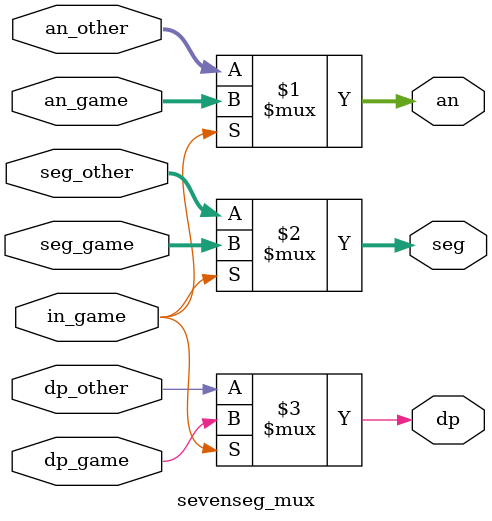
<source format=v>
`timescale 1ns / 1ps
module sevenseg_mux(
  input        in_game,
  input  [3:0] an_game,
  input  [6:0] seg_game,
  input        dp_game,
  input  [3:0] an_other,
  input  [6:0] seg_other,
  input        dp_other,
  output [3:0] an,
  output [6:0] seg,
  output       dp
);
  assign an  = in_game ? an_game  : an_other;
  assign seg = in_game ? seg_game : seg_other;
  assign dp  = in_game ? dp_game  : dp_other;
endmodule

</source>
